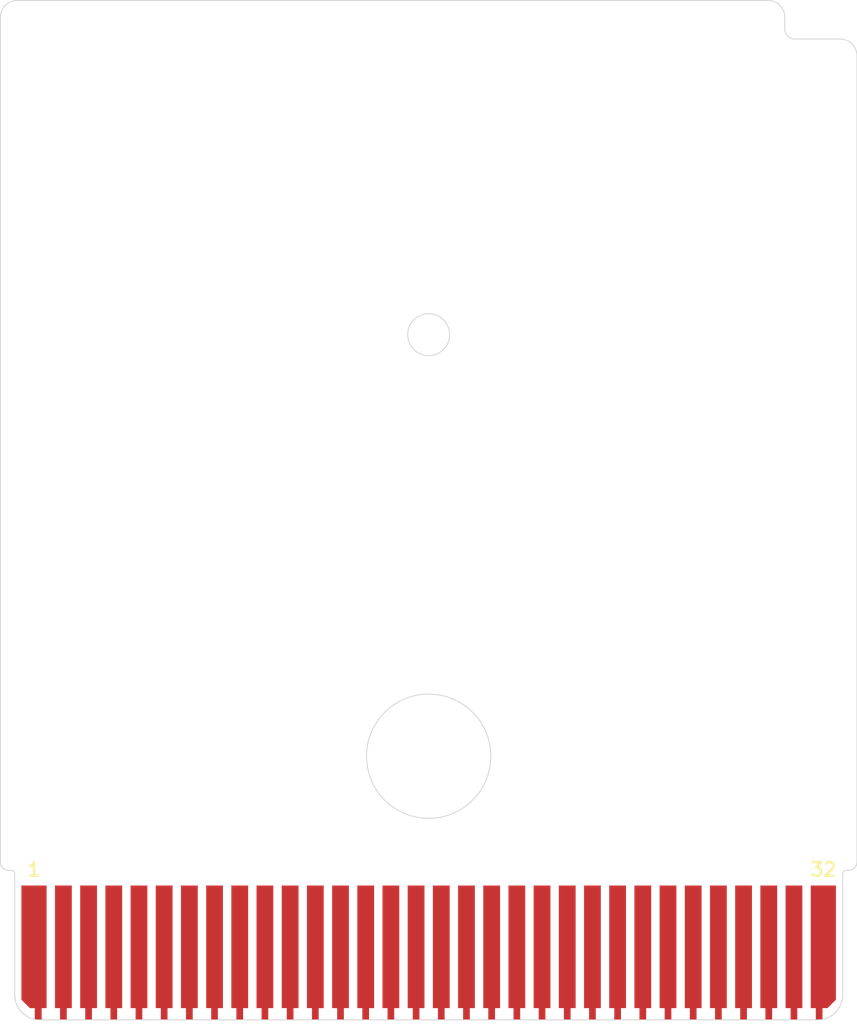
<source format=kicad_pcb>
(kicad_pcb (version 20171130) (host pcbnew "(5.1.6-0-10_14)")

  (general
    (thickness 0.8)
    (drawings 22)
    (tracks 0)
    (zones 0)
    (modules 1)
    (nets 33)
  )

  (page A4)
  (layers
    (0 F.Cu signal)
    (31 B.Cu signal)
    (32 B.Adhes user)
    (33 F.Adhes user)
    (34 B.Paste user)
    (35 F.Paste user)
    (36 B.SilkS user)
    (37 F.SilkS user)
    (38 B.Mask user hide)
    (39 F.Mask user hide)
    (40 Dwgs.User user)
    (41 Cmts.User user)
    (42 Eco1.User user)
    (43 Eco2.User user)
    (44 Edge.Cuts user)
    (45 Margin user)
    (46 B.CrtYd user)
    (47 F.CrtYd user)
    (48 B.Fab user)
    (49 F.Fab user)
  )

  (setup
    (last_trace_width 0.25)
    (trace_clearance 0.2)
    (zone_clearance 0.508)
    (zone_45_only no)
    (trace_min 0.2)
    (via_size 0.8)
    (via_drill 0.4)
    (via_min_size 0.4)
    (via_min_drill 0.3)
    (uvia_size 0.3)
    (uvia_drill 0.1)
    (uvias_allowed no)
    (uvia_min_size 0.2)
    (uvia_min_drill 0.1)
    (edge_width 0.05)
    (segment_width 0.2)
    (pcb_text_width 0.3)
    (pcb_text_size 1.5 1.5)
    (mod_edge_width 0.12)
    (mod_text_size 1 1)
    (mod_text_width 0.15)
    (pad_size 1.524 1.524)
    (pad_drill 0.762)
    (pad_to_mask_clearance 0.05)
    (aux_axis_origin 0 0)
    (visible_elements FFFFFF7F)
    (pcbplotparams
      (layerselection 0x010fc_ffffffff)
      (usegerberextensions false)
      (usegerberattributes true)
      (usegerberadvancedattributes true)
      (creategerberjobfile true)
      (excludeedgelayer true)
      (linewidth 0.100000)
      (plotframeref false)
      (viasonmask false)
      (mode 1)
      (useauxorigin false)
      (hpglpennumber 1)
      (hpglpenspeed 20)
      (hpglpendiameter 15.000000)
      (psnegative false)
      (psa4output false)
      (plotreference true)
      (plotvalue true)
      (plotinvisibletext false)
      (padsonsilk false)
      (subtractmaskfromsilk false)
      (outputformat 1)
      (mirror false)
      (drillshape 1)
      (scaleselection 1)
      (outputdirectory ""))
  )

  (net 0 "")
  (net 1 "Net-(J1-Pad32)")
  (net 2 "Net-(J1-Pad1)")
  (net 3 "Net-(J1-Pad31)")
  (net 4 "Net-(J1-Pad30)")
  (net 5 "Net-(J1-Pad29)")
  (net 6 "Net-(J1-Pad28)")
  (net 7 "Net-(J1-Pad27)")
  (net 8 "Net-(J1-Pad26)")
  (net 9 "Net-(J1-Pad25)")
  (net 10 "Net-(J1-Pad24)")
  (net 11 "Net-(J1-Pad23)")
  (net 12 "Net-(J1-Pad22)")
  (net 13 "Net-(J1-Pad21)")
  (net 14 "Net-(J1-Pad20)")
  (net 15 "Net-(J1-Pad19)")
  (net 16 "Net-(J1-Pad18)")
  (net 17 "Net-(J1-Pad17)")
  (net 18 "Net-(J1-Pad16)")
  (net 19 "Net-(J1-Pad15)")
  (net 20 "Net-(J1-Pad14)")
  (net 21 "Net-(J1-Pad13)")
  (net 22 "Net-(J1-Pad12)")
  (net 23 "Net-(J1-Pad11)")
  (net 24 "Net-(J1-Pad10)")
  (net 25 "Net-(J1-Pad9)")
  (net 26 "Net-(J1-Pad8)")
  (net 27 "Net-(J1-Pad7)")
  (net 28 "Net-(J1-Pad6)")
  (net 29 "Net-(J1-Pad5)")
  (net 30 "Net-(J1-Pad4)")
  (net 31 "Net-(J1-Pad3)")
  (net 32 "Net-(J1-Pad2)")

  (net_class Default "This is the default net class."
    (clearance 0.2)
    (trace_width 0.25)
    (via_dia 0.8)
    (via_drill 0.4)
    (uvia_dia 0.3)
    (uvia_drill 0.1)
    (add_net "Net-(J1-Pad1)")
    (add_net "Net-(J1-Pad10)")
    (add_net "Net-(J1-Pad11)")
    (add_net "Net-(J1-Pad12)")
    (add_net "Net-(J1-Pad13)")
    (add_net "Net-(J1-Pad14)")
    (add_net "Net-(J1-Pad15)")
    (add_net "Net-(J1-Pad16)")
    (add_net "Net-(J1-Pad17)")
    (add_net "Net-(J1-Pad18)")
    (add_net "Net-(J1-Pad19)")
    (add_net "Net-(J1-Pad2)")
    (add_net "Net-(J1-Pad20)")
    (add_net "Net-(J1-Pad21)")
    (add_net "Net-(J1-Pad22)")
    (add_net "Net-(J1-Pad23)")
    (add_net "Net-(J1-Pad24)")
    (add_net "Net-(J1-Pad25)")
    (add_net "Net-(J1-Pad26)")
    (add_net "Net-(J1-Pad27)")
    (add_net "Net-(J1-Pad28)")
    (add_net "Net-(J1-Pad29)")
    (add_net "Net-(J1-Pad3)")
    (add_net "Net-(J1-Pad30)")
    (add_net "Net-(J1-Pad31)")
    (add_net "Net-(J1-Pad32)")
    (add_net "Net-(J1-Pad4)")
    (add_net "Net-(J1-Pad5)")
    (add_net "Net-(J1-Pad6)")
    (add_net "Net-(J1-Pad7)")
    (add_net "Net-(J1-Pad8)")
    (add_net "Net-(J1-Pad9)")
  )

  (module Connector_GameBoy:GameBoy_GamePak_DMG-09_P1.50mm_Edge (layer F.Cu) (tedit 5EDD64FD) (tstamp 5EDD6660)
    (at 150 130.8)
    (descr "Game Boy Game Pak (DMG) edge connector")
    (tags "game boy game pak dmg edge connector")
    (path /5EDD4475)
    (fp_text reference J1 (at -22.05 -9) (layer F.Fab) hide
      (effects (font (size 1 1) (thickness 0.15)) (justify left))
    )
    (fp_text value GameBoy_GamePak_DMG-09 (at 0 1.5) (layer F.Fab) hide
      (effects (font (size 1 1) (thickness 0.15)))
    )
    (fp_arc (start 24.85 -8.7) (end 24.85 -8.9) (angle -90) (layer F.Fab) (width 0.05))
    (fp_arc (start 25 -9.4) (end 25 -8.9) (angle -90) (layer F.Fab) (width 0.05))
    (fp_arc (start -24.85 -8.7) (end -24.65 -8.7) (angle -90) (layer F.Fab) (width 0.05))
    (fp_arc (start -25 -9.4) (end -25.5 -9.4) (angle -90) (layer F.Fab) (width 0.05))
    (fp_text user 32 (at 23.5 -8.95) (layer F.SilkS)
      (effects (font (size 0.8 0.8) (thickness 0.15)))
    )
    (fp_arc (start 23.15 -1.5) (end 23.15 0) (angle -90) (layer F.Fab) (width 0.05))
    (fp_arc (start -23.15 -1.5) (end -24.65 -1.5) (angle -90) (layer F.Fab) (width 0.05))
    (fp_text user 1 (at -23.5 -8.95) (layer F.SilkS)
      (effects (font (size 0.8 0.8) (thickness 0.15)))
    )
    (fp_line (start -24.65 -1.5) (end -24.65 -8.7) (layer F.Fab) (width 0.05))
    (fp_line (start 24.85 -8.9) (end 25 -8.9) (layer F.Fab) (width 0.05))
    (fp_line (start -25 -8.9) (end -24.85 -8.9) (layer F.Fab) (width 0.05))
    (fp_line (start 24.65 -1.5) (end 24.65 -8.7) (layer F.Fab) (width 0.05))
    (fp_poly (pts (xy 24.9 -0.7) (xy -24.9 -0.7) (xy -24.9 -7) (xy 24.9 -7)) (layer F.Mask) (width 0))
    (fp_line (start -23.15 0) (end 23.15 0) (layer F.Fab) (width 0.05))
    (fp_poly (pts (xy -23.05 0) (xy -23.45 0) (xy -23.45 -0.7) (xy -23.05 -0.7)) (layer F.Cu) (width 0))
    (pad 32 smd custom (at 23.5 -7.5) (size 1 1) (layers F.Cu)
      (net 1 "Net-(J1-Pad32)") (zone_connect 0)
      (options (clearance outline) (anchor rect))
      (primitives
        (gr_poly (pts
           (xy -0.75 6.8) (xy -0.75 -0.5) (xy 0.75 -0.5) (xy 0.75 6.3) (xy 0.25 6.8)
           (xy -0.05 6.8) (xy -0.05 7.5) (xy -0.45 7.5) (xy -0.45 6.8)) (width 0))
      ))
    (pad 1 smd custom (at -23.5 -7.5) (size 1 1) (layers F.Cu)
      (net 2 "Net-(J1-Pad1)") (zone_connect 0)
      (options (clearance outline) (anchor rect))
      (primitives
        (gr_poly (pts
           (xy -0.75 6.3) (xy -0.75 -0.5) (xy 0.75 -0.5) (xy 0.75 6.8) (xy 0.45 6.8)
           (xy 0.45 7.5) (xy 0.05 7.5) (xy 0.05 6.8) (xy -0.25 6.8)) (width 0))
      ))
    (pad 31 smd custom (at 21.75 -7.5) (size 1 1) (layers F.Cu)
      (net 3 "Net-(J1-Pad31)")
      (options (clearance outline) (anchor rect))
      (primitives
        (gr_poly (pts
           (xy 0.5 6.8) (xy 0.2 6.8) (xy 0.2 7.5) (xy -0.2 7.5) (xy -0.2 6.8)
           (xy -0.5 6.8) (xy -0.5 0.5) (xy 0.5 0.5)) (width 0))
      ))
    (pad 30 smd custom (at 20.25 -7.5) (size 1 1) (layers F.Cu)
      (net 4 "Net-(J1-Pad30)")
      (options (clearance outline) (anchor rect))
      (primitives
        (gr_poly (pts
           (xy 0.5 6.8) (xy 0.2 6.8) (xy 0.2 7.5) (xy -0.2 7.5) (xy -0.2 6.8)
           (xy -0.5 6.8) (xy -0.5 0.5) (xy 0.5 0.5)) (width 0))
      ))
    (pad 29 smd custom (at 18.75 -7.5) (size 1 1) (layers F.Cu)
      (net 5 "Net-(J1-Pad29)")
      (options (clearance outline) (anchor rect))
      (primitives
        (gr_poly (pts
           (xy 0.5 6.8) (xy 0.2 6.8) (xy 0.2 7.5) (xy -0.2 7.5) (xy -0.2 6.8)
           (xy -0.5 6.8) (xy -0.5 0.5) (xy 0.5 0.5)) (width 0))
      ))
    (pad 28 smd custom (at 17.25 -7.5) (size 1 1) (layers F.Cu)
      (net 6 "Net-(J1-Pad28)")
      (options (clearance outline) (anchor rect))
      (primitives
        (gr_poly (pts
           (xy 0.5 6.8) (xy 0.2 6.8) (xy 0.2 7.5) (xy -0.2 7.5) (xy -0.2 6.8)
           (xy -0.5 6.8) (xy -0.5 0.5) (xy 0.5 0.5)) (width 0))
      ))
    (pad 27 smd custom (at 15.75 -7.5) (size 1 1) (layers F.Cu)
      (net 7 "Net-(J1-Pad27)")
      (options (clearance outline) (anchor rect))
      (primitives
        (gr_poly (pts
           (xy 0.5 6.8) (xy 0.2 6.8) (xy 0.2 7.5) (xy -0.2 7.5) (xy -0.2 6.8)
           (xy -0.5 6.8) (xy -0.5 0.5) (xy 0.5 0.5)) (width 0))
      ))
    (pad 26 smd custom (at 14.25 -7.5) (size 1 1) (layers F.Cu)
      (net 8 "Net-(J1-Pad26)")
      (options (clearance outline) (anchor rect))
      (primitives
        (gr_poly (pts
           (xy 0.5 6.8) (xy 0.2 6.8) (xy 0.2 7.5) (xy -0.2 7.5) (xy -0.2 6.8)
           (xy -0.5 6.8) (xy -0.5 0.5) (xy 0.5 0.5)) (width 0))
      ))
    (pad 25 smd custom (at 12.75 -7.5) (size 1 1) (layers F.Cu)
      (net 9 "Net-(J1-Pad25)")
      (options (clearance outline) (anchor rect))
      (primitives
        (gr_poly (pts
           (xy 0.5 6.8) (xy 0.2 6.8) (xy 0.2 7.5) (xy -0.2 7.5) (xy -0.2 6.8)
           (xy -0.5 6.8) (xy -0.5 0.5) (xy 0.5 0.5)) (width 0))
      ))
    (pad 24 smd custom (at 11.25 -7.5) (size 1 1) (layers F.Cu)
      (net 10 "Net-(J1-Pad24)")
      (options (clearance outline) (anchor rect))
      (primitives
        (gr_poly (pts
           (xy 0.5 6.8) (xy 0.2 6.8) (xy 0.2 7.5) (xy -0.2 7.5) (xy -0.2 6.8)
           (xy -0.5 6.8) (xy -0.5 0.5) (xy 0.5 0.5)) (width 0))
      ))
    (pad 23 smd custom (at 9.75 -7.5) (size 1 1) (layers F.Cu)
      (net 11 "Net-(J1-Pad23)")
      (options (clearance outline) (anchor rect))
      (primitives
        (gr_poly (pts
           (xy 0.5 6.8) (xy 0.2 6.8) (xy 0.2 7.5) (xy -0.2 7.5) (xy -0.2 6.8)
           (xy -0.5 6.8) (xy -0.5 0.5) (xy 0.5 0.5)) (width 0))
      ))
    (pad 22 smd custom (at 8.25 -7.5) (size 1 1) (layers F.Cu)
      (net 12 "Net-(J1-Pad22)")
      (options (clearance outline) (anchor rect))
      (primitives
        (gr_poly (pts
           (xy 0.5 6.8) (xy 0.2 6.8) (xy 0.2 7.5) (xy -0.2 7.5) (xy -0.2 6.8)
           (xy -0.5 6.8) (xy -0.5 0.5) (xy 0.5 0.5)) (width 0))
      ))
    (pad 21 smd custom (at 6.75 -7.5) (size 1 1) (layers F.Cu)
      (net 13 "Net-(J1-Pad21)")
      (options (clearance outline) (anchor rect))
      (primitives
        (gr_poly (pts
           (xy 0.5 6.8) (xy 0.2 6.8) (xy 0.2 7.5) (xy -0.2 7.5) (xy -0.2 6.8)
           (xy -0.5 6.8) (xy -0.5 0.5) (xy 0.5 0.5)) (width 0))
      ))
    (pad 20 smd custom (at 5.25 -7.5) (size 1 1) (layers F.Cu)
      (net 14 "Net-(J1-Pad20)")
      (options (clearance outline) (anchor rect))
      (primitives
        (gr_poly (pts
           (xy 0.5 6.8) (xy 0.2 6.8) (xy 0.2 7.5) (xy -0.2 7.5) (xy -0.2 6.8)
           (xy -0.5 6.8) (xy -0.5 0.5) (xy 0.5 0.5)) (width 0))
      ))
    (pad 19 smd custom (at 3.75 -7.5) (size 1 1) (layers F.Cu)
      (net 15 "Net-(J1-Pad19)")
      (options (clearance outline) (anchor rect))
      (primitives
        (gr_poly (pts
           (xy 0.5 6.8) (xy 0.2 6.8) (xy 0.2 7.5) (xy -0.2 7.5) (xy -0.2 6.8)
           (xy -0.5 6.8) (xy -0.5 0.5) (xy 0.5 0.5)) (width 0))
      ))
    (pad 18 smd custom (at 2.25 -7.5) (size 1 1) (layers F.Cu)
      (net 16 "Net-(J1-Pad18)")
      (options (clearance outline) (anchor rect))
      (primitives
        (gr_poly (pts
           (xy 0.5 6.8) (xy 0.2 6.8) (xy 0.2 7.5) (xy -0.2 7.5) (xy -0.2 6.8)
           (xy -0.5 6.8) (xy -0.5 0.5) (xy 0.5 0.5)) (width 0))
      ))
    (pad 17 smd custom (at 0.75 -7.5) (size 1 1) (layers F.Cu)
      (net 17 "Net-(J1-Pad17)")
      (options (clearance outline) (anchor rect))
      (primitives
        (gr_poly (pts
           (xy 0.5 6.8) (xy 0.2 6.8) (xy 0.2 7.5) (xy -0.2 7.5) (xy -0.2 6.8)
           (xy -0.5 6.8) (xy -0.5 0.5) (xy 0.5 0.5)) (width 0))
      ))
    (pad 16 smd custom (at -0.75 -7.5) (size 1 1) (layers F.Cu)
      (net 18 "Net-(J1-Pad16)")
      (options (clearance outline) (anchor rect))
      (primitives
        (gr_poly (pts
           (xy 0.5 6.8) (xy 0.2 6.8) (xy 0.2 7.5) (xy -0.2 7.5) (xy -0.2 6.8)
           (xy -0.5 6.8) (xy -0.5 0.5) (xy 0.5 0.5)) (width 0))
      ))
    (pad 15 smd custom (at -2.25 -7.5) (size 1 1) (layers F.Cu)
      (net 19 "Net-(J1-Pad15)")
      (options (clearance outline) (anchor rect))
      (primitives
        (gr_poly (pts
           (xy 0.5 6.8) (xy 0.2 6.8) (xy 0.2 7.5) (xy -0.2 7.5) (xy -0.2 6.8)
           (xy -0.5 6.8) (xy -0.5 0.5) (xy 0.5 0.5)) (width 0))
      ))
    (pad 14 smd custom (at -3.75 -7.5) (size 1 1) (layers F.Cu)
      (net 20 "Net-(J1-Pad14)")
      (options (clearance outline) (anchor rect))
      (primitives
        (gr_poly (pts
           (xy 0.5 6.8) (xy 0.2 6.8) (xy 0.2 7.5) (xy -0.2 7.5) (xy -0.2 6.8)
           (xy -0.5 6.8) (xy -0.5 0.5) (xy 0.5 0.5)) (width 0))
      ))
    (pad 13 smd custom (at -5.25 -7.5) (size 1 1) (layers F.Cu)
      (net 21 "Net-(J1-Pad13)")
      (options (clearance outline) (anchor rect))
      (primitives
        (gr_poly (pts
           (xy 0.5 6.8) (xy 0.2 6.8) (xy 0.2 7.5) (xy -0.2 7.5) (xy -0.2 6.8)
           (xy -0.5 6.8) (xy -0.5 0.5) (xy 0.5 0.5)) (width 0))
      ))
    (pad 12 smd custom (at -6.75 -7.5) (size 1 1) (layers F.Cu)
      (net 22 "Net-(J1-Pad12)")
      (options (clearance outline) (anchor rect))
      (primitives
        (gr_poly (pts
           (xy 0.5 6.8) (xy 0.2 6.8) (xy 0.2 7.5) (xy -0.2 7.5) (xy -0.2 6.8)
           (xy -0.5 6.8) (xy -0.5 0.5) (xy 0.5 0.5)) (width 0))
      ))
    (pad 11 smd custom (at -8.25 -7.5) (size 1 1) (layers F.Cu)
      (net 23 "Net-(J1-Pad11)")
      (options (clearance outline) (anchor rect))
      (primitives
        (gr_poly (pts
           (xy 0.5 6.8) (xy 0.2 6.8) (xy 0.2 7.5) (xy -0.2 7.5) (xy -0.2 6.8)
           (xy -0.5 6.8) (xy -0.5 0.5) (xy 0.5 0.5)) (width 0))
      ))
    (pad 10 smd custom (at -9.75 -7.5) (size 1 1) (layers F.Cu)
      (net 24 "Net-(J1-Pad10)")
      (options (clearance outline) (anchor rect))
      (primitives
        (gr_poly (pts
           (xy 0.5 6.8) (xy 0.2 6.8) (xy 0.2 7.5) (xy -0.2 7.5) (xy -0.2 6.8)
           (xy -0.5 6.8) (xy -0.5 0.5) (xy 0.5 0.5)) (width 0))
      ))
    (pad 9 smd custom (at -11.25 -7.5) (size 1 1) (layers F.Cu)
      (net 25 "Net-(J1-Pad9)")
      (options (clearance outline) (anchor rect))
      (primitives
        (gr_poly (pts
           (xy 0.5 6.8) (xy 0.2 6.8) (xy 0.2 7.5) (xy -0.2 7.5) (xy -0.2 6.8)
           (xy -0.5 6.8) (xy -0.5 0.5) (xy 0.5 0.5)) (width 0))
      ))
    (pad 8 smd custom (at -12.75 -7.5) (size 1 1) (layers F.Cu)
      (net 26 "Net-(J1-Pad8)")
      (options (clearance outline) (anchor rect))
      (primitives
        (gr_poly (pts
           (xy 0.5 6.8) (xy 0.2 6.8) (xy 0.2 7.5) (xy -0.2 7.5) (xy -0.2 6.8)
           (xy -0.5 6.8) (xy -0.5 0.5) (xy 0.5 0.5)) (width 0))
      ))
    (pad 7 smd custom (at -14.25 -7.5) (size 1 1) (layers F.Cu)
      (net 27 "Net-(J1-Pad7)")
      (options (clearance outline) (anchor rect))
      (primitives
        (gr_poly (pts
           (xy 0.5 6.8) (xy 0.2 6.8) (xy 0.2 7.5) (xy -0.2 7.5) (xy -0.2 6.8)
           (xy -0.5 6.8) (xy -0.5 0.5) (xy 0.5 0.5)) (width 0))
      ))
    (pad 6 smd custom (at -15.75 -7.5) (size 1 1) (layers F.Cu)
      (net 28 "Net-(J1-Pad6)")
      (options (clearance outline) (anchor rect))
      (primitives
        (gr_poly (pts
           (xy 0.5 6.8) (xy 0.2 6.8) (xy 0.2 7.5) (xy -0.2 7.5) (xy -0.2 6.8)
           (xy -0.5 6.8) (xy -0.5 0.5) (xy 0.5 0.5)) (width 0))
      ))
    (pad 5 smd custom (at -17.25 -7.5) (size 1 1) (layers F.Cu)
      (net 29 "Net-(J1-Pad5)")
      (options (clearance outline) (anchor rect))
      (primitives
        (gr_poly (pts
           (xy 0.5 6.8) (xy 0.2 6.8) (xy 0.2 7.5) (xy -0.2 7.5) (xy -0.2 6.8)
           (xy -0.5 6.8) (xy -0.5 0.5) (xy 0.5 0.5)) (width 0))
      ))
    (pad 4 smd custom (at -18.75 -7.5) (size 1 1) (layers F.Cu)
      (net 30 "Net-(J1-Pad4)")
      (options (clearance outline) (anchor rect))
      (primitives
        (gr_poly (pts
           (xy 0.5 6.8) (xy 0.2 6.8) (xy 0.2 7.5) (xy -0.2 7.5) (xy -0.2 6.8)
           (xy -0.5 6.8) (xy -0.5 0.5) (xy 0.5 0.5)) (width 0))
      ))
    (pad 3 smd custom (at -20.25 -7.5) (size 1 1) (layers F.Cu)
      (net 31 "Net-(J1-Pad3)")
      (options (clearance outline) (anchor rect))
      (primitives
        (gr_poly (pts
           (xy 0.5 6.8) (xy 0.2 6.8) (xy 0.2 7.5) (xy -0.2 7.5) (xy -0.2 6.8)
           (xy -0.5 6.8) (xy -0.5 0.5) (xy 0.5 0.5)) (width 0))
      ))
    (pad 2 smd custom (at -21.75 -7.5) (size 1 1) (layers F.Cu)
      (net 32 "Net-(J1-Pad2)")
      (options (clearance outline) (anchor rect))
      (primitives
        (gr_poly (pts
           (xy 0.5 6.8) (xy 0.2 6.8) (xy 0.2 7.5) (xy -0.2 7.5) (xy -0.2 6.8)
           (xy -0.5 6.8) (xy -0.5 0.5) (xy 0.5 0.5)) (width 0))
      ))
  )

  (gr_arc (start 125.15 122.1) (end 125.35 122.1) (angle -90) (layer Edge.Cuts) (width 0.05) (tstamp 5EDBF176))
  (gr_arc (start 126.85 129.3) (end 125.35 129.3) (angle -90) (layer Edge.Cuts) (width 0.05) (tstamp 5EDBF175))
  (gr_arc (start 173.15 129.3) (end 173.15 130.8) (angle -90) (layer Edge.Cuts) (width 0.05) (tstamp 5EDBF174))
  (gr_arc (start 125.5 71.1) (end 125.5 70.1) (angle -90) (layer Edge.Cuts) (width 0.05) (tstamp 5EDBF173))
  (gr_line (start 125.35 129.3) (end 125.35 122.1) (layer Edge.Cuts) (width 0.05) (tstamp 5EDBF172))
  (gr_arc (start 174.85 122.1) (end 174.85 121.9) (angle -90) (layer Edge.Cuts) (width 0.05) (tstamp 5EDBF171))
  (gr_arc (start 125 121.4) (end 124.5 121.4) (angle -90) (layer Edge.Cuts) (width 0.05) (tstamp 5EDBF170))
  (gr_arc (start 175 121.4) (end 175 121.9) (angle -90) (layer Edge.Cuts) (width 0.05) (tstamp 5EDBF16F))
  (gr_line (start 125.5 70.1) (end 170.2 70.1) (layer Edge.Cuts) (width 0.05) (tstamp 5EDBF16E))
  (gr_line (start 175 121.9) (end 174.85 121.9) (layer Edge.Cuts) (width 0.05) (tstamp 5EDBF16D))
  (gr_arc (start 174.5 73.4) (end 175.5 73.4) (angle -90) (layer Edge.Cuts) (width 0.05) (tstamp 5EDBF16C))
  (gr_line (start 173.15 130.8) (end 126.85 130.8) (layer Edge.Cuts) (width 0.05) (tstamp 5EDBF16B))
  (gr_line (start 174.65 129.3) (end 174.65 122.1) (layer Edge.Cuts) (width 0.05) (tstamp 5EDBF16A))
  (gr_line (start 125.15 121.9) (end 125 121.9) (layer Edge.Cuts) (width 0.05) (tstamp 5EDBF169))
  (gr_line (start 175.5 121.4) (end 175.5 73.4) (layer Edge.Cuts) (width 0.05) (tstamp 5EDBF168))
  (gr_line (start 124.5 121.4) (end 124.5 71.1) (layer Edge.Cuts) (width 0.05) (tstamp 5EDBF167))
  (gr_line (start 171.2 71.1) (end 171.2 71.8) (layer Edge.Cuts) (width 0.05) (tstamp 5EDBF166))
  (gr_line (start 171.8 72.4) (end 174.5 72.4) (layer Edge.Cuts) (width 0.05) (tstamp 5EDBF165))
  (gr_arc (start 170.2 71.1) (end 171.2 71.1) (angle -90) (layer Edge.Cuts) (width 0.05) (tstamp 5EDBF164))
  (gr_arc (start 171.8 71.8) (end 171.2 71.8) (angle -90) (layer Edge.Cuts) (width 0.05) (tstamp 5EDBF163))
  (gr_circle (center 150 115.1) (end 153.7 115.1) (layer Edge.Cuts) (width 0.05) (tstamp 5EDBF162))
  (gr_circle (center 150 90) (end 151.25 90) (layer Edge.Cuts) (width 0.05) (tstamp 5EDBF161))

)

</source>
